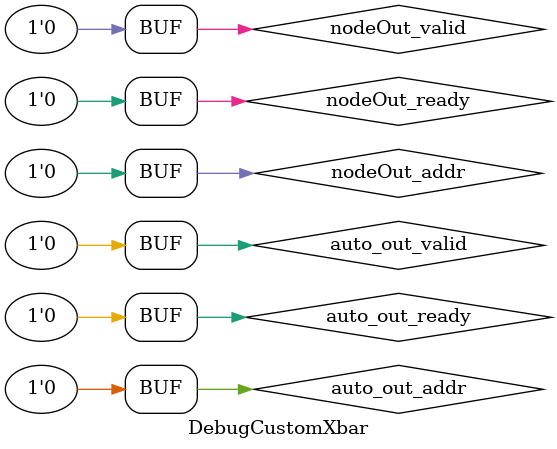
<source format=sv>
`ifndef RANDOMIZE
  `ifdef RANDOMIZE_MEM_INIT
    `define RANDOMIZE
  `endif // RANDOMIZE_MEM_INIT
`endif // not def RANDOMIZE
`ifndef RANDOMIZE
  `ifdef RANDOMIZE_REG_INIT
    `define RANDOMIZE
  `endif // RANDOMIZE_REG_INIT
`endif // not def RANDOMIZE

`ifndef RANDOM
  `define RANDOM $random
`endif // not def RANDOM

// Users can define INIT_RANDOM as general code that gets injected into the
// initializer block for modules with registers.
`ifndef INIT_RANDOM
  `define INIT_RANDOM
`endif // not def INIT_RANDOM

// If using random initialization, you can also define RANDOMIZE_DELAY to
// customize the delay used, otherwise 0.002 is used.
`ifndef RANDOMIZE_DELAY
  `define RANDOMIZE_DELAY 0.002
`endif // not def RANDOMIZE_DELAY

// Define INIT_RANDOM_PROLOG_ for use in our modules below.
`ifndef INIT_RANDOM_PROLOG_
  `ifdef RANDOMIZE
    `ifdef VERILATOR
      `define INIT_RANDOM_PROLOG_ `INIT_RANDOM
    `else  // VERILATOR
      `define INIT_RANDOM_PROLOG_ `INIT_RANDOM #`RANDOMIZE_DELAY begin end
    `endif // VERILATOR
  `else  // RANDOMIZE
    `define INIT_RANDOM_PROLOG_
  `endif // RANDOMIZE
`endif // not def INIT_RANDOM_PROLOG_

// Include register initializers in init blocks unless synthesis is set
`ifndef SYNTHESIS
  `ifndef ENABLE_INITIAL_REG_
    `define ENABLE_INITIAL_REG_
  `endif // not def ENABLE_INITIAL_REG_
`endif // not def SYNTHESIS

// Include rmemory initializers in init blocks unless synthesis is set
`ifndef SYNTHESIS
  `ifndef ENABLE_INITIAL_MEM_
    `define ENABLE_INITIAL_MEM_
  `endif // not def ENABLE_INITIAL_MEM_
`endif // not def SYNTHESIS

// Standard header to adapt well known macros for prints and assertions.

// Users can define 'PRINTF_COND' to add an extra gate to prints.
`ifndef PRINTF_COND_
  `ifdef PRINTF_COND
    `define PRINTF_COND_ (`PRINTF_COND)
  `else  // PRINTF_COND
    `define PRINTF_COND_ 1
  `endif // PRINTF_COND
`endif // not def PRINTF_COND_

// Users can define 'ASSERT_VERBOSE_COND' to add an extra gate to assert error printing.
`ifndef ASSERT_VERBOSE_COND_
  `ifdef ASSERT_VERBOSE_COND
    `define ASSERT_VERBOSE_COND_ (`ASSERT_VERBOSE_COND)
  `else  // ASSERT_VERBOSE_COND
    `define ASSERT_VERBOSE_COND_ 1
  `endif // ASSERT_VERBOSE_COND
`endif // not def ASSERT_VERBOSE_COND_

// Users can define 'STOP_COND' to add an extra gate to stop conditions.
`ifndef STOP_COND_
  `ifdef STOP_COND
    `define STOP_COND_ (`STOP_COND)
  `else  // STOP_COND
    `define STOP_COND_ 1
  `endif // STOP_COND
`endif // not def STOP_COND_

module DebugCustomXbar();
  wire auto_out_addr = 1'h0;
  wire auto_out_ready = 1'h0;
  wire auto_out_valid = 1'h0;
  wire nodeOut_addr = 1'h0;	// src/main/scala/diplomacy/Nodes.scala:1205:17
  wire nodeOut_ready = 1'h0;	// src/main/scala/diplomacy/Nodes.scala:1205:17
  wire nodeOut_valid = 1'h0;	// src/main/scala/diplomacy/Nodes.scala:1205:17
endmodule


</source>
